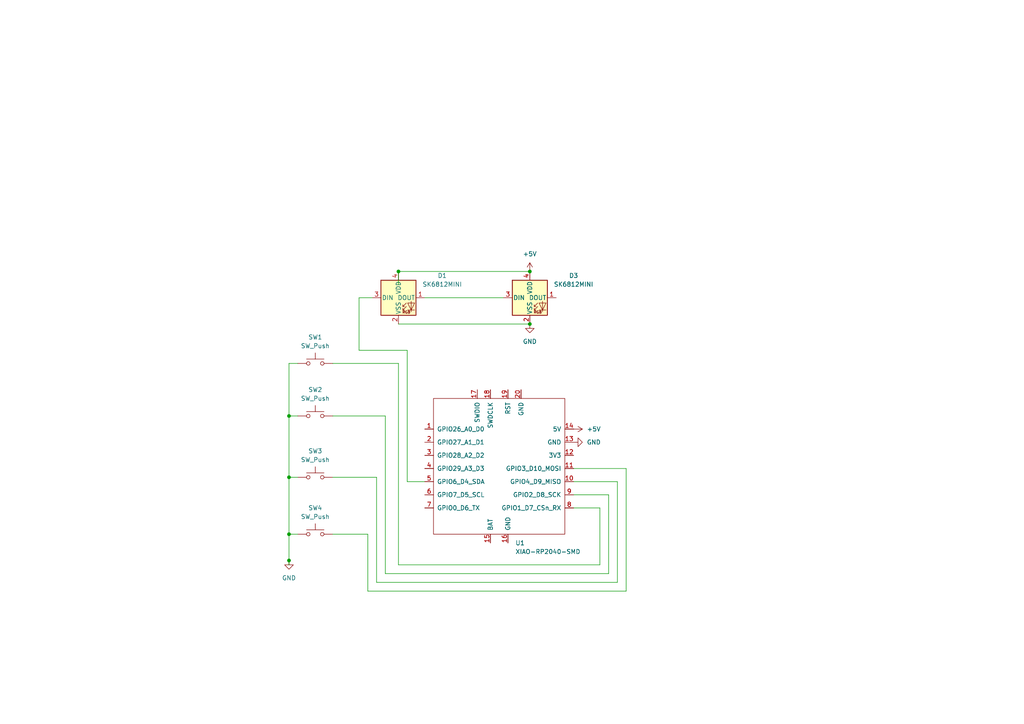
<source format=kicad_sch>
(kicad_sch (version 20250114) (generator "eeschema") (generator_version "9.0")
  (paper "A4")
  (lib_symbols
    (symbol "LED:SK6812MINI" (pin_names (offset 0.254))
      (property "Reference" "D" (at 5.08 5.715 0))
      (property "Value" "SK6812MINI" (at 1.27 -5.715 0))
      (symbol "SK6812MINI_0_0"
        (text "RGB" (at 2.286 -4.191 0) (effects (font (size 0.762 0.762))))
      )
      (symbol "SK6812MINI_0_1"
        (polyline (pts (xy 1.27 -2.54) (xy 1.778 -2.54)))
        (polyline (pts (xy 1.27 -3.556) (xy 1.778 -3.556)))
        (polyline (pts (xy 2.286 -1.524) (xy 1.27 -2.54) (xy 1.27 -2.032)))
        (polyline (pts (xy 2.286 -2.54) (xy 1.27 -3.556) (xy 1.27 -3.048)))
        (polyline (pts (xy 3.683 -1.016) (xy 3.683 -3.556) (xy 3.683 -4.064)))
        (polyline (pts (xy 4.699 -1.524) (xy 2.667 -1.524) (xy 3.683 -3.556) (xy 4.699 -1.524)))
        (polyline (pts (xy 4.699 -3.556) (xy 2.667 -3.556)))
        (rectangle (start 5.08 5.08) (end -5.08 -5.08) (stroke (width 0.254)) (fill (type background)))
      )
      (symbol "SK6812MINI_1_1"
        (pin input line (at -7.62 0 0) (length 2.54) (name "DIN") (number "3"))
        (pin power_in line (at 0 7.62 270) (length 2.54) (name "VDD") (number "4"))
        (pin power_in line (at 0 -7.62 90) (length 2.54) (name "VSS") (number "2"))
        (pin output line (at 7.62 0 180) (length 2.54) (name "DOUT") (number "1"))
      )
    )
    (symbol "OPL:XIAO-RP2040-SMD" (pin_names (offset 1.016))
      (property "Reference" "U" (at -18.542 23.114 0))
      (property "Value" "XIAO-RP2040-SMD" (at -8.382 21.336 0))
      (symbol "XIAO-RP2040-SMD_0_1"
        (rectangle (start 19.05 -19.05) (end -19.05 20.32))
      )
      (symbol "XIAO-RP2040-SMD_1_1"
        (pin passive line (at -21.59 11.43 0) (length 2.54) (name "GPIO26_A0_D0") (number "1"))
        (pin passive line (at -21.59 7.62 0) (length 2.54) (name "GPIO27_A1_D1") (number "2"))
        (pin passive line (at -21.59 3.81 0) (length 2.54) (name "GPIO28_A2_D2") (number "3"))
        (pin passive line (at -21.59 0 0) (length 2.54) (name "GPIO29_A3_D3") (number "4"))
        (pin passive line (at -21.59 -3.81 0) (length 2.54) (name "GPIO6_D4_SDA") (number "5"))
        (pin passive line (at -21.59 -7.62 0) (length 2.54) (name "GPIO7_D5_SCL") (number "6"))
        (pin passive line (at -21.59 -11.43 0) (length 2.54) (name "GPIO0_D6_TX") (number "7"))
        (pin passive line (at -6.35 22.86 270) (length 2.54) (name "SWDIO") (number "17"))
        (pin passive line (at -2.54 22.86 270) (length 2.54) (name "SWDCLK") (number "18"))
        (pin passive line (at -2.54 -21.59 90) (length 2.54) (name "BAT") (number "15"))
        (pin passive line (at 2.54 22.86 270) (length 2.54) (name "RST") (number "19"))
        (pin passive line (at 2.54 -21.59 90) (length 2.54) (name "GND") (number "16"))
        (pin passive line (at 6.35 22.86 270) (length 2.54) (name "GND") (number "20"))
        (pin passive line (at 21.59 11.43 180) (length 2.54) (name "5V") (number "14"))
        (pin passive line (at 21.59 7.62 180) (length 2.54) (name "GND") (number "13"))
        (pin passive line (at 21.59 3.81 180) (length 2.54) (name "3V3") (number "12"))
        (pin passive line (at 21.59 0 180) (length 2.54) (name "GPIO3_D10_MOSI") (number "11"))
        (pin passive line (at 21.59 -3.81 180) (length 2.54) (name "GPIO4_D9_MISO") (number "10"))
        (pin passive line (at 21.59 -7.62 180) (length 2.54) (name "GPIO2_D8_SCK") (number "9"))
        (pin passive line (at 21.59 -11.43 180) (length 2.54) (name "GPIO1_D7_CSn_RX") (number "8"))
      )
    )
    (symbol "Switch:SW_Push" (pin_numbers (hide yes)) (pin_names (offset 1.016) (hide yes))
      (property "Reference" "SW" (at 1.27 2.54 0))
      (property "Value" "SW_Push" (at 0 -1.524 0))
      (symbol "SW_Push_0_1"
        (circle (center -2.032 0) (radius 0.508))
        (polyline (pts (xy 0 1.27) (xy 0 3.048)))
        (circle (center 2.032 0) (radius 0.508))
        (polyline (pts (xy 2.54 1.27) (xy -2.54 1.27)))
        (pin passive line (at -5.08 0 0) (length 2.54) (name "1") (number "1"))
        (pin passive line (at 5.08 0 180) (length 2.54) (name "2") (number "2"))
      )
    )
    (symbol "power:+5V" (power) (pin_numbers (hide yes)) (pin_names (offset 0) (hide yes))
      (property "Value" "+5V" (at 0 3.556 0))
      (symbol "+5V_0_1"
        (polyline (pts (xy -0.762 1.27) (xy 0 2.54)))
        (polyline (pts (xy 0 2.54) (xy 0.762 1.27)))
        (polyline (pts (xy 0 0) (xy 0 2.54)))
      )
      (symbol "+5V_1_1"
        (pin power_in line (at 0 0 90) (length 0) (name "~") (number "1"))
      )
    )
    (symbol "power:GND" (power) (pin_numbers (hide yes)) (pin_names (offset 0) (hide yes))
      (property "Value" "GND" (at 0 -3.81 0))
      (symbol "GND_0_1"
        (polyline (pts (xy 0 0) (xy 0 -1.27) (xy 1.27 -1.27) (xy 0 -2.54) (xy -1.27 -1.27) (xy 0 -1.27)))
      )
      (symbol "GND_1_1"
        (pin power_in line (at 0 0 270) (length 0) (name "~") (number "1"))
      )
    )
  )
  (junction (at 115.57 78.74))
  (junction (at 83.82 162.56))
  (junction (at 153.67 78.74))
  (junction (at 153.67 93.98))
  (junction (at 83.82 154.94))
  (junction (at 83.82 138.43))
  (junction (at 83.82 120.65))
  (wire (pts (xy 83.82 138.43) (xy 86.36 138.43)))
  (wire (pts (xy 166.37 147.32) (xy 173.99 147.32)))
  (wire (pts (xy 111.76 120.65) (xy 111.76 166.37)))
  (wire (pts (xy 83.82 105.41) (xy 83.82 120.65)))
  (wire (pts (xy 83.82 154.94) (xy 86.36 154.94)))
  (wire (pts (xy 96.52 154.94) (xy 106.68 154.94)))
  (wire (pts (xy 83.82 154.94) (xy 83.82 162.56)))
  (wire (pts (xy 123.19 86.36) (xy 146.05 86.36)))
  (wire (pts (xy 181.61 171.45) (xy 106.68 171.45)))
  (wire (pts (xy 96.52 138.43) (xy 109.22 138.43)))
  (wire (pts (xy 123.19 139.7) (xy 118.11 139.7)))
  (wire (pts (xy 115.57 78.74) (xy 153.67 78.74)))
  (wire (pts (xy 104.14 86.36) (xy 107.95 86.36)))
  (wire (pts (xy 118.11 101.6) (xy 104.14 101.6)))
  (wire (pts (xy 109.22 138.43) (xy 109.22 168.91)))
  (wire (pts (xy 179.07 168.91) (xy 179.07 139.7)))
  (wire (pts (xy 173.99 147.32) (xy 173.99 163.83)))
  (wire (pts (xy 86.36 105.41) (xy 83.82 105.41)))
  (wire (pts (xy 111.76 166.37) (xy 176.53 166.37)))
  (wire (pts (xy 115.57 93.98) (xy 153.67 93.98)))
  (wire (pts (xy 115.57 163.83) (xy 115.57 105.41)))
  (wire (pts (xy 115.57 78.74) (xy 115.57 82.55)))
  (wire (pts (xy 166.37 135.89) (xy 181.61 135.89)))
  (wire (pts (xy 83.82 120.65) (xy 86.36 120.65)))
  (wire (pts (xy 83.82 120.65) (xy 83.82 138.43)))
  (wire (pts (xy 106.68 171.45) (xy 106.68 154.94)))
  (wire (pts (xy 96.52 120.65) (xy 111.76 120.65)))
  (wire (pts (xy 83.82 162.56) (xy 83.82 163.83)))
  (wire (pts (xy 176.53 166.37) (xy 176.53 143.51)))
  (wire (pts (xy 118.11 139.7) (xy 118.11 101.6)))
  (wire (pts (xy 83.82 138.43) (xy 83.82 154.94)))
  (wire (pts (xy 109.22 168.91) (xy 179.07 168.91)))
  (wire (pts (xy 115.57 163.83) (xy 173.99 163.83)))
  (wire (pts (xy 176.53 143.51) (xy 166.37 143.51)))
  (wire (pts (xy 104.14 101.6) (xy 104.14 86.36)))
  (wire (pts (xy 179.07 139.7) (xy 166.37 139.7)))
  (wire (pts (xy 96.52 105.41) (xy 115.57 105.41)))
  (wire (pts (xy 181.61 135.89) (xy 181.61 171.45)))
  (symbol (lib_id "power:+5V") (at 166.37 124.46 270) (unit 1)
    (property "Reference" "#PWR05" (effects (hide yes)))
    (property "Value" "+5V" (at 170.18 124.4599 90) (effects (justify left)))
    (property "Description" "Power symbol creates a global label with name \"+5V\"" (effects (hide yes)))
  )
  (symbol (lib_id "Switch:SW_Push") (at 91.44 154.94 0) (unit 1)
    (property "Reference" "SW4" (at 91.44 147.32 0))
    (property "Value" "SW_Push" (at 91.44 149.86 0))
    (property "Footprint" "Button_Switch_Keyboard:SW_Cherry_MX_1.00u_PCB" (effects (hide yes)))
    (property "Description" "Push button switch, generic, two pins" (effects (hide yes)))
  )
  (symbol (lib_id "power:GND") (at 83.82 162.56 0) (unit 1)
    (property "Reference" "#PWR01" (effects (hide yes)))
    (property "Value" "GND" (at 83.82 167.64 0))
    (property "Description" "Power symbol creates a global label with name \"GND\" , ground" (effects (hide yes)))
  )
  (symbol (lib_id "LED:SK6812MINI") (at 115.57 86.36 0) (unit 1)
    (property "Reference" "D1" (at 128.27 79.9398 0))
    (property "Value" "SK6812MINI" (at 128.27 82.4798 0))
    (property "Footprint" "LED_SMD:LED_SK6812MINI_PLCC4_3.5x3.5mm_P1.75mm" (effects (hide yes)))
    (property "Datasheet" "https://cdn-shop.adafruit.com/product-files/2686/SK6812MINI_REV.01-1-2.pdf" (effects (hide yes)))
    (property "Description" "RGB LED with integrated controller" (effects (hide yes)))
  )
  (symbol (lib_id "power:GND") (at 166.37 128.27 90) (unit 1)
    (property "Reference" "#PWR04" (effects (hide yes)))
    (property "Value" "GND" (at 170.18 128.2699 90) (effects (justify right)))
    (property "Description" "Power symbol creates a global label with name \"GND\" , ground" (effects (hide yes)))
  )
  (symbol (lib_id "power:+5V") (at 153.67 78.74 0) (unit 1)
    (property "Reference" "#PWR02" (effects (hide yes)))
    (property "Value" "+5V" (at 153.67 73.66 0))
    (property "Description" "Power symbol creates a global label with name \"+5V\"" (effects (hide yes)))
  )
  (symbol (lib_id "LED:SK6812MINI") (at 153.67 86.36 0) (unit 1)
    (property "Reference" "D3" (at 166.37 79.9398 0))
    (property "Value" "SK6812MINI" (at 166.37 82.4798 0))
    (property "Footprint" "LED_SMD:LED_SK6812MINI_PLCC4_3.5x3.5mm_P1.75mm" (effects (hide yes)))
    (property "Datasheet" "https://cdn-shop.adafruit.com/product-files/2686/SK6812MINI_REV.01-1-2.pdf" (effects (hide yes)))
    (property "Description" "RGB LED with integrated controller" (effects (hide yes)))
  )
  (symbol (lib_id "Switch:SW_Push") (at 91.44 138.43 0) (unit 1)
    (property "Reference" "SW3" (at 91.44 130.81 0))
    (property "Value" "SW_Push" (at 91.44 133.35 0))
    (property "Footprint" "Button_Switch_Keyboard:SW_Cherry_MX_1.00u_PCB" (effects (hide yes)))
    (property "Description" "Push button switch, generic, two pins" (effects (hide yes)))
  )
  (symbol (lib_id "Switch:SW_Push") (at 91.44 120.65 0) (mirror y) (unit 1)
    (property "Reference" "SW2" (at 91.44 113.03 0))
    (property "Value" "SW_Push" (at 91.44 115.57 0))
    (property "Footprint" "Button_Switch_Keyboard:SW_Cherry_MX_1.00u_PCB" (effects (hide yes)))
    (property "Description" "Push button switch, generic, two pins" (effects (hide yes)))
  )
  (symbol (lib_id "power:GND") (at 153.67 93.98 0) (unit 1)
    (property "Reference" "#PWR03" (effects (hide yes)))
    (property "Value" "GND" (at 153.67 99.06 0))
    (property "Description" "Power symbol creates a global label with name \"GND\" , ground" (effects (hide yes)))
  )
  (symbol (lib_id "OPL:XIAO-RP2040-SMD") (at 144.78 135.89 0) (unit 1)
    (property "Reference" "U1" (at 149.4633 157.48 0) (effects (justify left)))
    (property "Value" "XIAO-RP2040-SMD" (at 149.4633 160.02 0) (effects (justify left)))
    (property "Footprint" "OPL:XIAO-RP2040-DIP" (effects (hide yes)))
  )
  (symbol (lib_id "Switch:SW_Push") (at 91.44 105.41 0) (mirror y) (unit 1)
    (property "Reference" "SW1" (at 91.44 97.79 0))
    (property "Value" "SW_Push" (at 91.44 100.33 0))
    (property "Footprint" "Button_Switch_Keyboard:SW_Cherry_MX_1.00u_PCB" (effects (hide yes)))
    (property "Description" "Push button switch, generic, two pins" (effects (hide yes)))
  )
)
</source>
